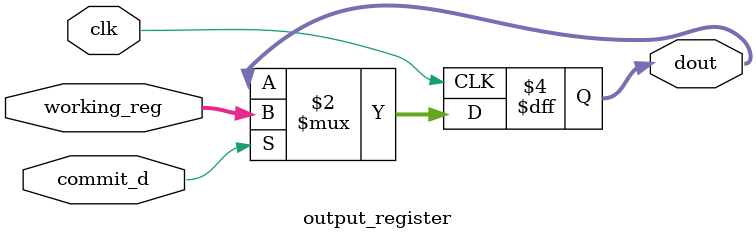
<source format=sv>
module shadow_reg #(
    parameter DW = 16
)(
    input  wire           clk,
    input  wire           en,
    input  wire           commit,
    input  wire [DW-1:0]  din,
    output wire [DW-1:0]  dout
);
    wire           commit_d;
    wire [DW-1:0]  working_reg;
    
    // 实例化数据捕获子模块
    data_capture #(
        .DW(DW)
    ) u_data_capture (
        .clk         (clk),
        .en          (en),
        .din         (din),
        .working_reg (working_reg)
    );
    
    // 实例化提交控制子模块
    commit_control u_commit_control (
        .clk       (clk),
        .commit    (commit),
        .commit_d  (commit_d)
    );
    
    // 实例化输出寄存器子模块
    output_register #(
        .DW(DW)
    ) u_output_register (
        .clk         (clk),
        .commit_d    (commit_d),
        .working_reg (working_reg),
        .dout        (dout)
    );
    
endmodule

// 数据捕获子模块 - 负责在使能时捕获输入数据
module data_capture #(
    parameter DW = 16
)(
    input  wire           clk,
    input  wire           en,
    input  wire [DW-1:0]  din,
    output reg  [DW-1:0]  working_reg
);
    always @(posedge clk) begin
        if (en) begin
            working_reg <= din;
        end
    end
endmodule

// 提交控制子模块 - 负责提交信号的时序控制
module commit_control (
    input  wire  clk,
    input  wire  commit,
    output reg   commit_d
);
    always @(posedge clk) begin
        commit_d <= commit;
    end
endmodule

// 输出寄存器子模块 - 负责在提交信号有效时更新输出
module output_register #(
    parameter DW = 16
)(
    input  wire           clk,
    input  wire           commit_d,
    input  wire [DW-1:0]  working_reg,
    output reg  [DW-1:0]  dout
);
    always @(posedge clk) begin
        if (commit_d) begin
            dout <= working_reg;
        end
    end
endmodule
</source>
